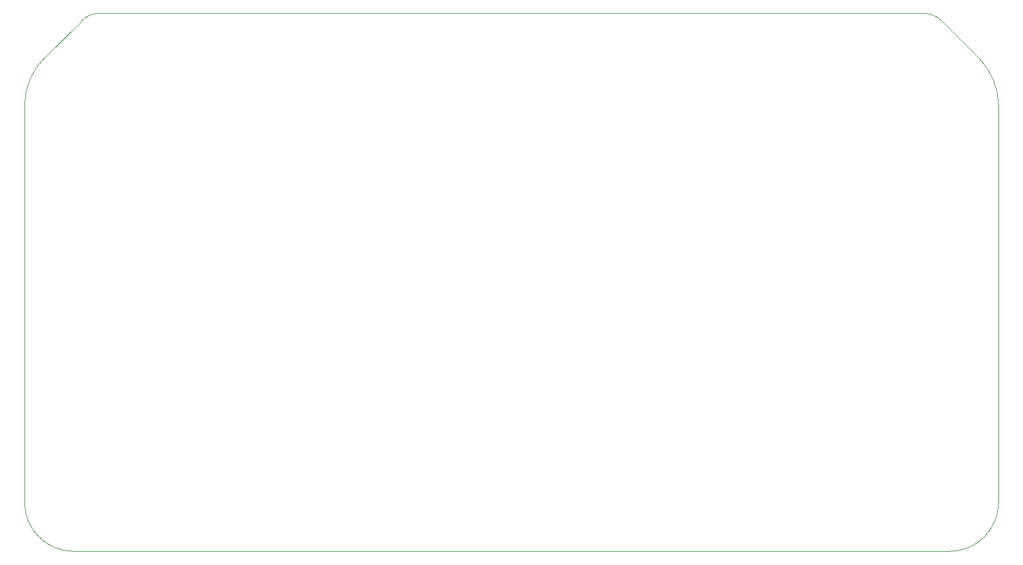
<source format=gbr>
%TF.GenerationSoftware,KiCad,Pcbnew,8.0.6*%
%TF.CreationDate,2025-02-23T20:12:14-07:00*%
%TF.ProjectId,Dash Main,44617368-204d-4616-996e-2e6b69636164,rev?*%
%TF.SameCoordinates,Original*%
%TF.FileFunction,Profile,NP*%
%FSLAX46Y46*%
G04 Gerber Fmt 4.6, Leading zero omitted, Abs format (unit mm)*
G04 Created by KiCad (PCBNEW 8.0.6) date 2025-02-23 20:12:14*
%MOMM*%
%LPD*%
G01*
G04 APERTURE LIST*
%TA.AperFunction,Profile*%
%ADD10C,0.050000*%
%TD*%
G04 APERTURE END LIST*
D10*
X201410596Y-94060000D02*
G75*
G02*
X194469420Y-101000596I-6940596J0D01*
G01*
X71572300Y-25847700D02*
G75*
G02*
X74070000Y-24813119I2497700J-2497700D01*
G01*
X66259371Y-31159371D02*
X71572300Y-25846442D01*
X201410016Y-38580000D02*
X201410016Y-37890000D01*
X63479995Y-38060000D02*
X63479995Y-38900000D01*
X70430000Y-101000000D02*
G75*
G02*
X63480000Y-94050000I0J6950000D01*
G01*
X190830000Y-24817693D02*
X74070000Y-24817693D01*
X198624600Y-31165400D02*
G75*
G02*
X201410021Y-37890000I-6724600J-6724600D01*
G01*
X190830000Y-24817693D02*
G75*
G02*
X193300000Y-25840800I0J-3493107D01*
G01*
X198624600Y-31165400D02*
X193300000Y-25840800D01*
X63479995Y-37800000D02*
X63479995Y-38060000D01*
X63479995Y-37800000D02*
G75*
G02*
X66259371Y-31159371I9490005J-70000D01*
G01*
X201410016Y-94060000D02*
X201410016Y-38580000D01*
X63480000Y-94050000D02*
X63480000Y-38900000D01*
X70430000Y-101000000D02*
X194470000Y-101000000D01*
M02*

</source>
